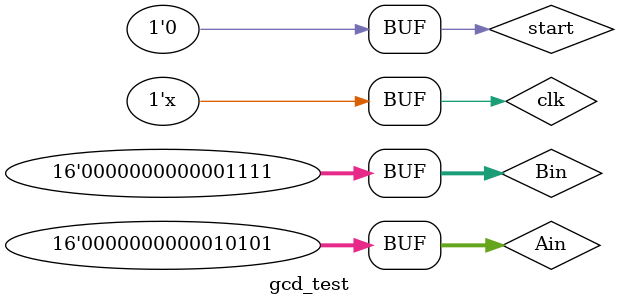
<source format=v>
`timescale 1ns / 1ps


module gcd_test;

	// Inputs
	reg clk;
	reg start;
	reg [15:0] Ain;
	reg [15:0] Bin;

	// Outputs
	wire [15:0] answer;
	wire done;

	// Instantiate the Unit Under Test (UUT)
	gcd uut (
		.clk(clk), 
		.start(start), 
		.Ain(Ain), 
		.Bin(Bin), 
		.answer(answer), 
		.done(done)
	);
	
	always #5 clk = !clk;

	initial begin
		// Initialize Inputs
		clk = 0;
		start = 0;
		Ain = 0;
		Bin = 0;

		// Wait 100 ns for global reset to finish
		#100;
        
		// Add stimulus here
		Ain = 21;
		Bin = 15;		
		start=1;
		
		#10
		start=0;
		
	end
      
endmodule


</source>
